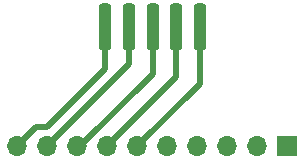
<source format=gbr>
%TF.GenerationSoftware,KiCad,Pcbnew,8.0.4*%
%TF.CreationDate,2024-08-13T15:07:55-04:00*%
%TF.ProjectId,Opta-breakout,4f707461-2d62-4726-9561-6b6f75742e6b,rev?*%
%TF.SameCoordinates,Original*%
%TF.FileFunction,Copper,L2,Bot*%
%TF.FilePolarity,Positive*%
%FSLAX46Y46*%
G04 Gerber Fmt 4.6, Leading zero omitted, Abs format (unit mm)*
G04 Created by KiCad (PCBNEW 8.0.4) date 2024-08-13 15:07:55*
%MOMM*%
%LPD*%
G01*
G04 APERTURE LIST*
G04 Aperture macros list*
%AMRoundRect*
0 Rectangle with rounded corners*
0 $1 Rounding radius*
0 $2 $3 $4 $5 $6 $7 $8 $9 X,Y pos of 4 corners*
0 Add a 4 corners polygon primitive as box body*
4,1,4,$2,$3,$4,$5,$6,$7,$8,$9,$2,$3,0*
0 Add four circle primitives for the rounded corners*
1,1,$1+$1,$2,$3*
1,1,$1+$1,$4,$5*
1,1,$1+$1,$6,$7*
1,1,$1+$1,$8,$9*
0 Add four rect primitives between the rounded corners*
20,1,$1+$1,$2,$3,$4,$5,0*
20,1,$1+$1,$4,$5,$6,$7,0*
20,1,$1+$1,$6,$7,$8,$9,0*
20,1,$1+$1,$8,$9,$2,$3,0*%
G04 Aperture macros list end*
%TA.AperFunction,ComponentPad*%
%ADD10R,1.700000X1.700000*%
%TD*%
%TA.AperFunction,ComponentPad*%
%ADD11O,1.700000X1.700000*%
%TD*%
%TA.AperFunction,SMDPad,CuDef*%
%ADD12RoundRect,0.250000X-0.250000X1.750000X-0.250000X-1.750000X0.250000X-1.750000X0.250000X1.750000X0*%
%TD*%
%TA.AperFunction,Conductor*%
%ADD13C,0.500000*%
%TD*%
G04 APERTURE END LIST*
D10*
%TO.P,J2,1,Pin_1*%
%TO.N,Net-(J1-Pin_1)*%
X160401000Y-76581000D03*
D11*
%TO.P,J2,2,Pin_2*%
%TO.N,Net-(J1-Pin_2)*%
X157861000Y-76581000D03*
%TO.P,J2,3,Pin_3*%
%TO.N,Net-(J1-Pin_3)*%
X155321001Y-76581000D03*
%TO.P,J2,4,Pin_4*%
%TO.N,Net-(J1-Pin_4)*%
X152781000Y-76581000D03*
%TO.P,J2,5,Pin_5*%
%TO.N,Net-(J1-Pin_5)*%
X150241000Y-76581000D03*
%TO.P,J2,6,Pin_6*%
%TO.N,Net-(J1-Pin_6)*%
X147701000Y-76581000D03*
%TO.P,J2,7,Pin_7*%
%TO.N,Net-(J1-Pin_7)*%
X145161000Y-76581000D03*
%TO.P,J2,8,Pin_8*%
%TO.N,Net-(J1-Pin_8)*%
X142620999Y-76581000D03*
%TO.P,J2,9,Pin_9*%
%TO.N,Net-(J1-Pin_9)*%
X140081000Y-76581000D03*
%TO.P,J2,10,Pin_10*%
%TO.N,Net-(J1-Pin_10)*%
X137541000Y-76581000D03*
%TD*%
D12*
%TO.P,J1,6,Pin_6*%
%TO.N,Net-(J1-Pin_6)*%
X153000000Y-66500000D03*
%TO.P,J1,7,Pin_7*%
%TO.N,Net-(J1-Pin_7)*%
X151000000Y-66500000D03*
%TO.P,J1,8,Pin_8*%
%TO.N,Net-(J1-Pin_8)*%
X149000000Y-66500000D03*
%TO.P,J1,9,Pin_9*%
%TO.N,Net-(J1-Pin_9)*%
X147000000Y-66500000D03*
%TO.P,J1,10,Pin_10*%
%TO.N,Net-(J1-Pin_10)*%
X145000000Y-66500000D03*
%TD*%
D13*
%TO.N,Net-(J1-Pin_9)*%
X147000000Y-69662000D02*
X147000000Y-66500000D01*
X140081000Y-76581000D02*
X147000000Y-69662000D01*
%TO.N,Net-(J1-Pin_8)*%
X142855878Y-76581000D02*
X149000000Y-70436878D01*
X142620999Y-76581000D02*
X142855878Y-76581000D01*
X149000000Y-70436878D02*
X149000000Y-66500000D01*
%TO.N,Net-(J1-Pin_10)*%
X139122000Y-75000000D02*
X137541000Y-76581000D01*
X145000000Y-70060660D02*
X140060660Y-75000000D01*
X140060660Y-75000000D02*
X139122000Y-75000000D01*
X145000000Y-66500000D02*
X145000000Y-70060660D01*
%TO.N,Net-(J1-Pin_7)*%
X145161000Y-76581000D02*
X151000000Y-70742000D01*
X151000000Y-70742000D02*
X151000000Y-66500000D01*
%TO.N,Net-(J1-Pin_6)*%
X153000000Y-71282000D02*
X153000000Y-66500000D01*
X147701000Y-76581000D02*
X153000000Y-71282000D01*
%TD*%
M02*

</source>
